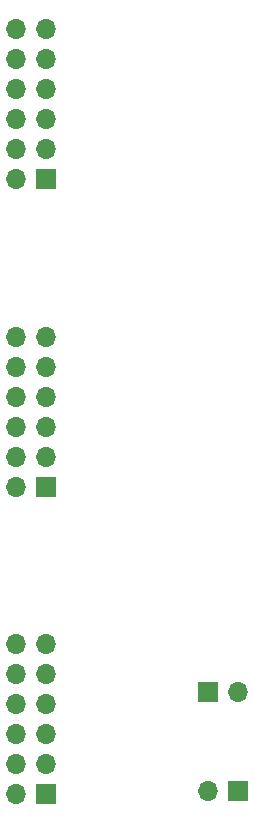
<source format=gbr>
%TF.GenerationSoftware,KiCad,Pcbnew,5.1.8-db9833491~88~ubuntu20.04.1*%
%TF.CreationDate,2020-12-04T12:29:55-05:00*%
%TF.ProjectId,lcd_pmod_breakout,6c63645f-706d-46f6-945f-627265616b6f,rev?*%
%TF.SameCoordinates,Original*%
%TF.FileFunction,Soldermask,Bot*%
%TF.FilePolarity,Negative*%
%FSLAX46Y46*%
G04 Gerber Fmt 4.6, Leading zero omitted, Abs format (unit mm)*
G04 Created by KiCad (PCBNEW 5.1.8-db9833491~88~ubuntu20.04.1) date 2020-12-04 12:29:55*
%MOMM*%
%LPD*%
G01*
G04 APERTURE LIST*
%ADD10R,1.700000X1.700000*%
%ADD11O,1.700000X1.700000*%
G04 APERTURE END LIST*
D10*
%TO.C,J1*%
X94615000Y-97790000D03*
D11*
X92075000Y-97790000D03*
X94615000Y-95250000D03*
X92075000Y-95250000D03*
X94615000Y-92710000D03*
X92075000Y-92710000D03*
X94615000Y-90170000D03*
X92075000Y-90170000D03*
X94615000Y-87630000D03*
X92075000Y-87630000D03*
X94615000Y-85090000D03*
X92075000Y-85090000D03*
%TD*%
%TO.C,J2*%
X92075000Y-33020000D03*
X94615000Y-33020000D03*
X92075000Y-35560000D03*
X94615000Y-35560000D03*
X92075000Y-38100000D03*
X94615000Y-38100000D03*
X92075000Y-40640000D03*
X94615000Y-40640000D03*
X92075000Y-43180000D03*
X94615000Y-43180000D03*
X92075000Y-45720000D03*
D10*
X94615000Y-45720000D03*
%TD*%
%TO.C,J3*%
X94615000Y-71755000D03*
D11*
X92075000Y-71755000D03*
X94615000Y-69215000D03*
X92075000Y-69215000D03*
X94615000Y-66675000D03*
X92075000Y-66675000D03*
X94615000Y-64135000D03*
X92075000Y-64135000D03*
X94615000Y-61595000D03*
X92075000Y-61595000D03*
X94615000Y-59055000D03*
X92075000Y-59055000D03*
%TD*%
D10*
%TO.C,J4*%
X110900000Y-97550000D03*
D11*
X108360000Y-97550000D03*
%TD*%
D10*
%TO.C,J6*%
X108300000Y-89150000D03*
D11*
X110840000Y-89150000D03*
%TD*%
M02*

</source>
